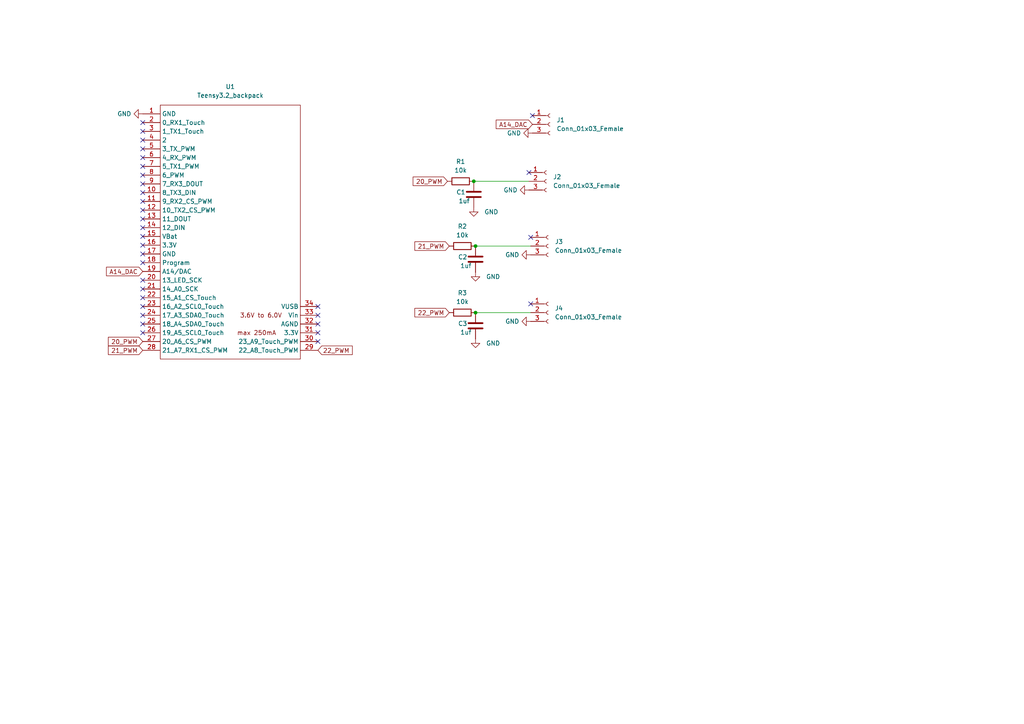
<source format=kicad_sch>
(kicad_sch (version 20211123) (generator eeschema)
  (paper "A4")
  (lib_symbols
    (symbol "Connector:Conn_01x03_Female" (pin_names (offset 1.016) hide)
      (property "Reference" "J" (at 0 5.08 0))
      (property "Value" "Conn_01x03_Female" (at 0 -5.08 0))
      (symbol "Conn_01x03_Female_1_1"
        (arc (start 0 -2.032) (mid -0.508 -2.54) (end 0 -3.048) (stroke (width 0.1524)))
        (polyline (pts (xy -1.27 -2.54) (xy -0.508 -2.54)) (stroke (width 0.1524)))
        (polyline (pts (xy -1.27 0) (xy -0.508 0)) (stroke (width 0.1524)))
        (polyline (pts (xy -1.27 2.54) (xy -0.508 2.54)) (stroke (width 0.1524)))
        (arc (start 0 0.508) (mid -0.508 0) (end 0 -0.508) (stroke (width 0.1524)))
        (arc (start 0 3.048) (mid -0.508 2.54) (end 0 2.032) (stroke (width 0.1524)))
        (pin passive line (at -5.08 2.54 0) (length 3.81) (name "Pin_1") (number "1"))
        (pin passive line (at -5.08 0 0) (length 3.81) (name "Pin_2") (number "2"))
        (pin passive line (at -5.08 -2.54 0) (length 3.81) (name "Pin_3") (number "3"))
      )
    )
    (symbol "Device:C" (pin_numbers hide) (pin_names (offset 0.254))
      (property "Reference" "C" (at 0.635 2.54 0))
      (property "Value" "C" (at 0.635 -2.54 0))
      (symbol "C_0_1"
        (polyline (pts (xy -2.032 -0.762) (xy 2.032 -0.762)) (stroke (width 0.508)))
        (polyline (pts (xy -2.032 0.762) (xy 2.032 0.762)) (stroke (width 0.508)))
      )
      (symbol "C_1_1"
        (pin passive line (at 0 3.81 270) (length 2.794) (name "~") (number "1"))
        (pin passive line (at 0 -3.81 90) (length 2.794) (name "~") (number "2"))
      )
    )
    (symbol "Device:R" (pin_numbers hide) (pin_names (offset 0))
      (property "Reference" "R" (at 2.032 0 90))
      (property "Value" "R" (at 0 0 90))
      (symbol "R_0_1"
        (rectangle (start -1.016 -2.54) (end 1.016 2.54) (stroke (width 0.254)))
      )
      (symbol "R_1_1"
        (pin passive line (at 0 3.81 270) (length 1.27) (name "~") (number "1"))
        (pin passive line (at 0 -3.81 90) (length 1.27) (name "~") (number "2"))
      )
    )
    (symbol "custom_symbol_lib:Teensy3.2_backpack"
      (property "Reference" "U" (at 0 0 0))
      (property "Value" "Teensy3.2_backpack" (at 0 -2.54 0))
      (symbol "Teensy3.2_backpack_0_0"
        (text "3.6V to 6.0V" (at 7.62 -67.31 0) (effects (font (size 1.27 1.27))))
        (text "max 250mA" (at 6.35 -72.39 0) (effects (font (size 1.27 1.27))))
      )
      (symbol "Teensy3.2_backpack_0_1"
        (rectangle (start -21.59 -80.01) (end 19.05 -6.35))
      )
      (symbol "Teensy3.2_backpack_1_1"
        (pin power_in line (at -26.67 -8.89 0) (length 5.08) (name "GND") (number "1"))
        (pin bidirectional line (at -26.67 -31.75 0) (length 5.08) (name "8_TX3_DIN") (number "10"))
        (pin bidirectional line (at -26.67 -34.29 0) (length 5.08) (name "9_RX2_CS_PWM") (number "11"))
        (pin bidirectional line (at -26.67 -36.83 0) (length 5.08) (name "10_TX2_CS_PWM") (number "12"))
        (pin bidirectional line (at -26.67 -39.37 0) (length 5.08) (name "11_DOUT") (number "13"))
        (pin bidirectional line (at -26.67 -41.91 0) (length 5.08) (name "12_DIN") (number "14"))
        (pin power_in line (at -26.67 -44.45 0) (length 5.08) (name "VBat") (number "15"))
        (pin power_out line (at -26.67 -46.99 0) (length 5.08) (name "3.3V") (number "16"))
        (pin power_in line (at -26.67 -49.53 0) (length 5.08) (name "GND") (number "17"))
        (pin input line (at -26.67 -52.07 0) (length 5.08) (name "Program") (number "18"))
        (pin bidirectional line (at -26.67 -54.61 0) (length 5.08) (name "A14/DAC") (number "19"))
        (pin bidirectional line (at -26.67 -11.43 0) (length 5.08) (name "0_RX1_Touch") (number "2"))
        (pin bidirectional line (at -26.67 -57.15 0) (length 5.08) (name "13_LED_SCK") (number "20"))
        (pin bidirectional line (at -26.67 -59.69 0) (length 5.08) (name "14_A0_SCK") (number "21"))
        (pin bidirectional line (at -26.67 -62.23 0) (length 5.08) (name "15_A1_CS_Touch") (number "22"))
        (pin bidirectional line (at -26.67 -64.77 0) (length 5.08) (name "16_A2_SCL0_Touch") (number "23"))
        (pin bidirectional line (at -26.67 -67.31 0) (length 5.08) (name "17_A3_SDA0_Touch") (number "24"))
        (pin bidirectional line (at -26.67 -69.85 0) (length 5.08) (name "18_A4_SDA0_Touch") (number "25"))
        (pin bidirectional line (at -26.67 -72.39 0) (length 5.08) (name "19_A5_SCL0_Touch") (number "26"))
        (pin bidirectional line (at -26.67 -74.93 0) (length 5.08) (name "20_A6_CS_PWM") (number "27"))
        (pin bidirectional line (at -26.67 -77.47 0) (length 5.08) (name "21_A7_RX1_CS_PWM") (number "28"))
        (pin bidirectional line (at 24.13 -77.47 180) (length 5.08) (name "22_A8_Touch_PWM") (number "29"))
        (pin bidirectional line (at -26.67 -13.97 0) (length 5.08) (name "1_TX1_Touch") (number "3"))
        (pin bidirectional line (at 24.13 -74.93 180) (length 5.08) (name "23_A9_Touch_PWM") (number "30"))
        (pin power_out line (at 24.13 -72.39 180) (length 5.08) (name "3.3V") (number "31"))
        (pin power_out line (at 24.13 -69.85 180) (length 5.08) (name "AGND") (number "32"))
        (pin power_in line (at 24.13 -67.31 180) (length 5.08) (name "Vin") (number "33"))
        (pin power_in line (at 24.13 -64.77 180) (length 5.08) (name "VUSB") (number "34"))
        (pin bidirectional line (at -26.67 -16.51 0) (length 5.08) (name "2") (number "4"))
        (pin bidirectional line (at -26.67 -19.05 0) (length 5.08) (name "3_TX_PWM") (number "5"))
        (pin bidirectional line (at -26.67 -21.59 0) (length 5.08) (name "4_RX_PWM") (number "6"))
        (pin bidirectional line (at -26.67 -24.13 0) (length 5.08) (name "5_TX1_PWM") (number "7"))
        (pin bidirectional line (at -26.67 -26.67 0) (length 5.08) (name "6_PWM") (number "8"))
        (pin bidirectional line (at -26.67 -29.21 0) (length 5.08) (name "7_RX3_DOUT") (number "9"))
      )
    )
    (symbol "power:GND" (power) (pin_names (offset 0))
      (property "Value" "GND" (at 0 -3.81 0))
      (symbol "GND_0_1"
        (polyline (pts (xy 0 0) (xy 0 -1.27) (xy 1.27 -1.27) (xy 0 -2.54) (xy -1.27 -1.27) (xy 0 -1.27)))
      )
      (symbol "GND_1_1"
        (pin power_in line (at 0 0 270) (length 0) hide (name "GND") (number "1"))
      )
    )
  )
  (junction (at 137.414 52.578))
  (junction (at 137.922 71.374))
  (junction (at 137.922 90.678))
  (no_connect (at 41.402 81.28))
  (no_connect (at 41.402 71.12))
  (no_connect (at 92.202 96.52))
  (no_connect (at 92.202 99.06))
  (no_connect (at 153.924 88.138))
  (no_connect (at 153.416 50.038))
  (no_connect (at 41.402 86.36))
  (no_connect (at 41.402 88.9))
  (no_connect (at 154.432 33.528))
  (no_connect (at 41.402 93.98))
  (no_connect (at 41.402 91.44))
  (no_connect (at 92.202 88.9))
  (no_connect (at 41.402 76.2))
  (no_connect (at 92.202 91.44))
  (no_connect (at 41.402 63.5))
  (no_connect (at 41.402 68.58))
  (no_connect (at 41.402 66.04))
  (no_connect (at 41.402 35.56))
  (no_connect (at 41.402 38.1))
  (no_connect (at 41.402 40.64))
  (no_connect (at 41.402 45.72))
  (no_connect (at 41.402 43.18))
  (no_connect (at 41.402 58.42))
  (no_connect (at 41.402 55.88))
  (no_connect (at 41.402 48.26))
  (no_connect (at 41.402 53.34))
  (no_connect (at 41.402 50.8))
  (no_connect (at 41.402 60.96))
  (no_connect (at 41.402 73.66))
  (no_connect (at 41.402 83.82))
  (no_connect (at 41.402 96.52))
  (no_connect (at 92.202 93.98))
  (no_connect (at 153.924 68.834))
  (wire (pts (xy 137.922 90.678) (xy 153.924 90.678)))
  (wire (pts (xy 137.922 71.374) (xy 153.924 71.374)))
  (wire (pts (xy 137.414 52.578) (xy 153.416 52.578)))
  (global_label "21_PWM" (shape input) (at 130.302 71.374 180) (property "Intersheet References" "${INTERSHEET_REFS}" (effects hide)))
  (global_label "A14_DAC" (shape input) (at 41.402 78.74 180) (property "Intersheet References" "${INTERSHEET_REFS}" (effects hide)))
  (global_label "22_PWM" (shape input) (at 130.302 90.678 180) (property "Intersheet References" "${INTERSHEET_REFS}" (effects hide)))
  (global_label "22_PWM" (shape input) (at 92.202 101.6 0) (property "Intersheet References" "${INTERSHEET_REFS}" (effects hide)))
  (global_label "20_PWM" (shape input) (at 129.794 52.578 180) (property "Intersheet References" "${INTERSHEET_REFS}" (effects hide)))
  (global_label "A14_DAC" (shape input) (at 154.432 36.068 180) (property "Intersheet References" "${INTERSHEET_REFS}" (effects hide)))
  (global_label "21_PWM" (shape input) (at 41.402 101.6 180) (property "Intersheet References" "${INTERSHEET_REFS}" (effects hide)))
  (global_label "20_PWM" (shape input) (at 41.402 99.06 180) (property "Intersheet References" "${INTERSHEET_REFS}" (effects hide)))
  (symbol (lib_id "Device:R") (at 134.112 71.374 90) (unit 1)
    (property "Reference" "R2" (at 134.112 65.659 90))
    (property "Value" "10k" (at 134.112 68.199 90))
    (property "Footprint" "Resistor_SMD:R_0603_1608Metric" (effects hide))
  )
  (symbol (lib_id "custom_symbol_lib:Teensy3.2_backpack") (at 68.072 24.13 0) (unit 1)
    (property "Reference" "U1" (at 66.802 25.146 0))
    (property "Value" "Teensy3.2_backpack" (at 66.802 27.686 0))
    (property "Footprint" "teensy_library-master:Teensy30_31_32_outside_pins" (effects hide))
  )
  (symbol (lib_id "Device:R") (at 134.112 90.678 90) (unit 1)
    (property "Reference" "R3" (at 134.112 84.963 90))
    (property "Value" "10k" (at 134.112 87.503 90))
    (property "Footprint" "Resistor_SMD:R_0603_1608Metric" (effects hide))
  )
  (symbol (lib_id "Device:C") (at 137.414 56.388 0) (unit 1)
    (property "Reference" "C1" (at 132.334 55.753 0) (effects (justify left)))
    (property "Value" "1uf" (at 132.969 58.293 0) (effects (justify left)))
    (property "Footprint" "Capacitor_SMD:C_0603_1608Metric" (effects hide))
  )
  (symbol (lib_id "power:GND") (at 41.402 33.02 270) (unit 1)
    (property "Reference" "#PWR0101" (effects hide))
    (property "Value" "GND" (at 38.1 33.0199 90) (effects (justify right)))
  )
  (symbol (lib_id "Device:C") (at 137.922 75.184 0) (unit 1)
    (property "Reference" "C2" (at 132.842 74.549 0) (effects (justify left)))
    (property "Value" "1uf" (at 133.477 77.089 0) (effects (justify left)))
    (property "Footprint" "Capacitor_SMD:C_0603_1608Metric" (effects hide))
  )
  (symbol (lib_id "power:GND") (at 153.924 93.218 270) (unit 1)
    (property "Reference" "#PWR0108" (effects hide))
    (property "Value" "GND" (at 150.622 93.2179 90) (effects (justify right)))
  )
  (symbol (lib_id "Connector:Conn_01x03_Female") (at 159.004 71.374 0) (unit 1)
    (property "Reference" "J3" (at 160.909 70.1039 0) (effects (justify left)))
    (property "Value" "Conn_01x03_Female" (at 160.909 72.6439 0) (effects (justify left)))
    (property "Footprint" "Connector_JST:JST_SH_BM03B-SRSS-TB_1x03-1MP_P1.00mm_Vertical" (effects hide))
  )
  (symbol (lib_id "Connector:Conn_01x03_Female") (at 159.004 90.678 0) (unit 1)
    (property "Reference" "J4" (at 160.909 89.4079 0) (effects (justify left)))
    (property "Value" "Conn_01x03_Female" (at 160.909 91.9479 0) (effects (justify left)))
    (property "Footprint" "Connector_JST:JST_SH_BM03B-SRSS-TB_1x03-1MP_P1.00mm_Vertical" (effects hide))
  )
  (symbol (lib_id "Connector:Conn_01x03_Female") (at 158.496 52.578 0) (unit 1)
    (property "Reference" "J2" (at 160.401 51.3079 0) (effects (justify left)))
    (property "Value" "Conn_01x03_Female" (at 160.401 53.8479 0) (effects (justify left)))
    (property "Footprint" "Connector_JST:JST_SH_BM03B-SRSS-TB_1x03-1MP_P1.00mm_Vertical" (effects hide))
  )
  (symbol (lib_id "power:GND") (at 153.924 73.914 270) (unit 1)
    (property "Reference" "#PWR0102" (effects hide))
    (property "Value" "GND" (at 150.622 73.9139 90) (effects (justify right)))
  )
  (symbol (lib_id "power:GND") (at 154.432 38.608 270) (unit 1)
    (property "Reference" "#PWR0103" (effects hide))
    (property "Value" "GND" (at 151.13 38.6079 90) (effects (justify right)))
  )
  (symbol (lib_id "Connector:Conn_01x03_Female") (at 159.512 36.068 0) (unit 1)
    (property "Reference" "J1" (at 161.417 34.7979 0) (effects (justify left)))
    (property "Value" "Conn_01x03_Female" (at 161.417 37.3379 0) (effects (justify left)))
    (property "Footprint" "Connector_JST:JST_SH_BM03B-SRSS-TB_1x03-1MP_P1.00mm_Vertical" (effects hide))
  )
  (symbol (lib_id "power:GND") (at 137.414 60.198 0) (unit 1)
    (property "Reference" "#PWR0105" (effects hide))
    (property "Value" "GND" (at 140.462 61.4679 0) (effects (justify left)))
  )
  (symbol (lib_id "power:GND") (at 153.416 55.118 270) (unit 1)
    (property "Reference" "#PWR0106" (effects hide))
    (property "Value" "GND" (at 150.114 55.1179 90) (effects (justify right)))
  )
  (symbol (lib_id "power:GND") (at 137.922 78.994 0) (unit 1)
    (property "Reference" "#PWR0104" (effects hide))
    (property "Value" "GND" (at 140.97 80.2639 0) (effects (justify left)))
  )
  (symbol (lib_id "power:GND") (at 137.922 98.298 0) (unit 1)
    (property "Reference" "#PWR0107" (effects hide))
    (property "Value" "GND" (at 140.97 99.5679 0) (effects (justify left)))
  )
  (symbol (lib_id "Device:R") (at 133.604 52.578 90) (unit 1)
    (property "Reference" "R1" (at 133.604 46.863 90))
    (property "Value" "10k" (at 133.604 49.403 90))
    (property "Footprint" "Resistor_SMD:R_0603_1608Metric" (effects hide))
  )
  (symbol (lib_id "Device:C") (at 137.922 94.488 0) (unit 1)
    (property "Reference" "C3" (at 132.842 93.853 0) (effects (justify left)))
    (property "Value" "1uf" (at 133.477 96.393 0) (effects (justify left)))
    (property "Footprint" "Capacitor_SMD:C_0603_1608Metric" (effects hide))
  )
)
</source>
